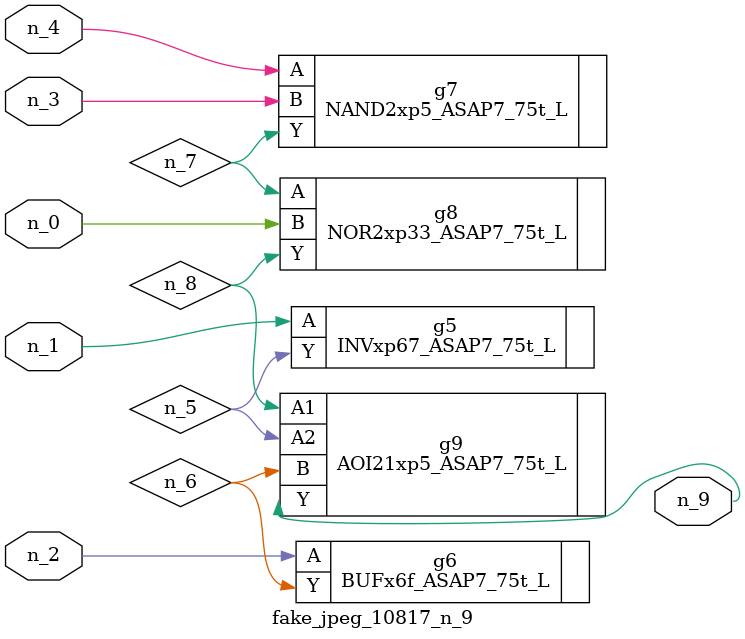
<source format=v>
module fake_jpeg_10817_n_9 (n_3, n_2, n_1, n_0, n_4, n_9);

input n_3;
input n_2;
input n_1;
input n_0;
input n_4;

output n_9;

wire n_8;
wire n_6;
wire n_5;
wire n_7;

INVxp67_ASAP7_75t_L g5 ( 
.A(n_1),
.Y(n_5)
);

BUFx6f_ASAP7_75t_L g6 ( 
.A(n_2),
.Y(n_6)
);

NAND2xp5_ASAP7_75t_L g7 ( 
.A(n_4),
.B(n_3),
.Y(n_7)
);

NOR2xp33_ASAP7_75t_L g8 ( 
.A(n_7),
.B(n_0),
.Y(n_8)
);

AOI21xp5_ASAP7_75t_L g9 ( 
.A1(n_8),
.A2(n_5),
.B(n_6),
.Y(n_9)
);


endmodule
</source>
